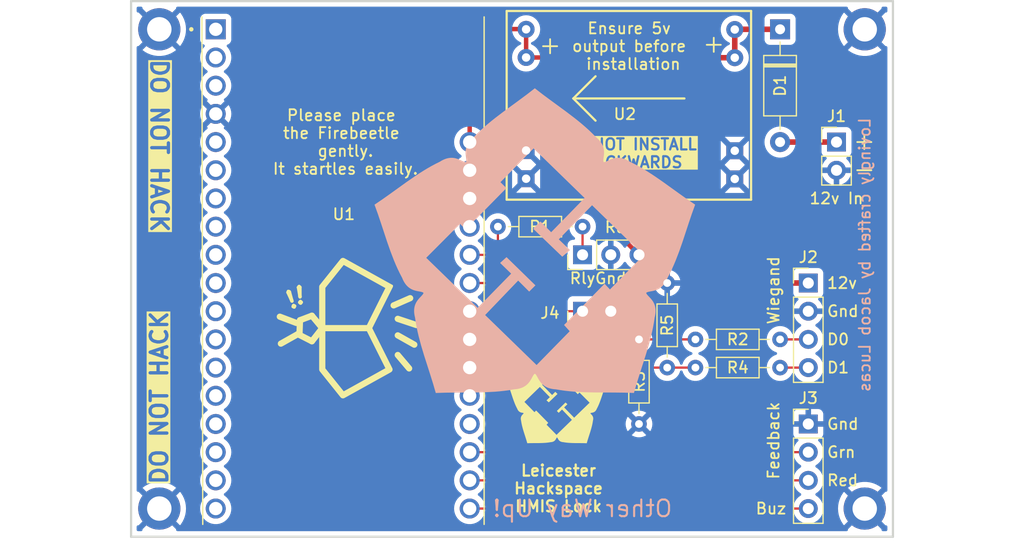
<source format=kicad_pcb>
(kicad_pcb (version 20240108) (generator "pcbnew") (generator_version "8.0")
  (layers (0 "F.Cu" signal) (31 "B.Cu" signal) (34 "B.Paste" user) (35 "F.Paste" user) (36 "B.SilkS" user "B.Silkscreen") (37 "F.SilkS" user "F.Silkscreen") (38 "B.Mask" user) (39 "F.Mask" user) (44 "Edge.Cuts" user))
  (net 0 "")
  (net 1 "GND")
  (net 2 "+12V")
  (net 3 "Net-(J2-Pin_3)")
  (net 4 "Net-(J2-Pin_4)")
  (net 5 "/red")
  (net 6 "/grn")
  (net 7 "/buz")
  (net 8 "/Btn")
  (net 9 "Net-(J5-Pin_1)")
  (net 10 "+5V")
  (net 11 "/Relay")
  (net 12 "/d0")
  (net 13 "/d1")
  (net 32 "Net-(D1-A)")
  (footprint "MountingHole:MountingHole_2.2mm_M2_DIN965_Pad" (layer "F.Cu") (at 93.98 35.56)
    (property "Reference" "M2" (hide yes))
    (property "Value" "MountingHole_2.2mm_M2_DIN965_Pad")
    (pad "1" thru_hole circle (at 0 0) (size 3.8 3.8) (drill 2.2) (layers "*.Cu" "*.Mask") (net 1 "GND"))
  )
  (footprint "MountingHole:MountingHole_2.2mm_M2_DIN965_Pad" (layer "F.Cu") (at 30.48 35.56)
    (property "Reference" "M1" (hide yes))
    (property "Value" "MountingHole_2.2mm_M2_DIN965_Pad")
    (pad "1" thru_hole circle (at 0 0) (size 3.8 3.8) (drill 2.2) (layers "*.Cu" "*.Mask") (net 1 "GND"))
  )
  (footprint "Connector_PinHeader_2.54mm:PinHeader_1x03_P2.54mm_Vertical" (layer "F.Cu") (at 68.58 55.88 90)
    (property "Reference" "J5" (at 0 7.62 180) (layer "F.SilkS") (effects (font (thickness 0.16))))
    (property "Value" "Relay")
    (fp_line (start -1.33 -1.33) (end 0 -1.33) (stroke (width 0.12)) (layer "F.SilkS"))
    (fp_line (start -1.33 0) (end -1.33 -1.33) (stroke (width 0.12)) (layer "F.SilkS"))
    (fp_line (start 1.33 1.27) (end 1.33 6.41) (stroke (width 0.12)) (layer "F.SilkS"))
    (fp_line (start -1.33 1.27) (end 1.33 1.27) (stroke (width 0.12)) (layer "F.SilkS"))
    (fp_line (start -1.33 1.27) (end -1.33 6.41) (stroke (width 0.12)) (layer "F.SilkS"))
    (fp_line (start -1.33 6.41) (end 1.33 6.41) (stroke (width 0.12)) (layer "F.SilkS"))
    (pad "1" thru_hole rect (at 0 0 90) (size 1.7 1.7) (drill 1) (layers "*.Cu" "*.Mask") (net 9 "Net-(J5-Pin_1)"))
    (pad "2" thru_hole oval (at 0 2.54 90) (size 1.7 1.7) (drill 1) (layers "*.Cu" "*.Mask") (net 1 "GND"))
    (pad "3" thru_hole oval (at 0 5.08 90) (size 1.7 1.7) (drill 1) (layers "*.Cu" "*.Mask") (net 10 "+5V"))
  )
  (footprint "Diode_THT:D_A-405_P10.16mm_Horizontal" (layer "F.Cu") (at 86.36 35.56 -90)
    (property "Reference" "D1" (at 5.08 0 90) (layer "F.SilkS") (effects (font (thickness 0.16))))
    (property "Value" "1N5819")
    (fp_line (start 2.36 1.47) (end 7.8 1.47) (stroke (width 0.12)) (layer "F.SilkS"))
    (fp_line (start 7.8 1.47) (end 7.8 -1.47) (stroke (width 0.12)) (layer "F.SilkS"))
    (fp_line (start 1.14 0) (end 2.36 0) (stroke (width 0.12)) (layer "F.SilkS"))
    (fp_line (start 9.02 0) (end 7.8 0) (stroke (width 0.12)) (layer "F.SilkS"))
    (fp_line (start 2.36 -1.47) (end 2.36 1.47) (stroke (width 0.12)) (layer "F.SilkS"))
    (fp_line (start 3.14 -1.47) (end 3.14 1.47) (stroke (width 0.12)) (layer "F.SilkS"))
    (fp_line (start 3.26 -1.47) (end 3.26 1.47) (stroke (width 0.12)) (layer "F.SilkS"))
    (fp_line (start 3.38 -1.47) (end 3.38 1.47) (stroke (width 0.12)) (layer "F.SilkS"))
    (fp_line (start 7.8 -1.47) (end 2.36 -1.47) (stroke (width 0.12)) (layer "F.SilkS"))
    (pad "1" thru_hole rect (at 0 0 270) (size 1.8 1.8) (drill 0.9) (layers "*.Cu" "*.Mask") (net 2 "+12V"))
    (pad "2" thru_hole oval (at 10.16 0 270) (size 1.8 1.8) (drill 0.9) (layers "*.Cu" "*.Mask") (net 32 "Net-(D1-A)"))
  )
  (footprint "Resistor_THT:R_Axial_DIN0204_L3.6mm_D1.6mm_P7.62mm_Horizontal" (layer "F.Cu") (at 76.2 66.04 90)
    (property "Reference" "R5" (at 3.81 0 90) (layer "F.SilkS") (effects (font (thickness 0.16))))
    (property "Value" "3.3k")
    (fp_line (start 5.73 -0.92) (end 1.89 -0.92) (stroke (width 0.12)) (layer "F.SilkS"))
    (fp_line (start 1.89 -0.92) (end 1.89 0.92) (stroke (width 0.12)) (layer "F.SilkS"))
    (fp_line (start 6.68 0) (end 5.73 0) (stroke (width 0.12)) (layer "F.SilkS"))
    (fp_line (start 0.94 0) (end 1.89 0) (stroke (width 0.12)) (layer "F.SilkS"))
    (fp_line (start 5.73 0.92) (end 5.73 -0.92) (stroke (width 0.12)) (layer "F.SilkS"))
    (fp_line (start 1.89 0.92) (end 5.73 0.92) (stroke (width 0.12)) (layer "F.SilkS"))
    (pad "1" thru_hole circle (at 0 0 90) (size 1.4 1.4) (drill 0.7) (layers "*.Cu" "*.Mask") (net 13 "/d1"))
    (pad "2" thru_hole oval (at 7.62 0 90) (size 1.4 1.4) (drill 0.7) (layers "*.Cu" "*.Mask") (net 1 "GND"))
  )
  (footprint "MountingHole:MountingHole_2.2mm_M2_DIN965_Pad" (layer "F.Cu") (at 30.48 78.74)
    (property "Reference" "M3" (hide yes))
    (property "Value" "MountingHole_2.2mm_M2_DIN965_Pad")
    (pad "1" thru_hole circle (at 0 0) (size 3.8 3.8) (drill 2.2) (layers "*.Cu" "*.Mask") (net 1 "GND"))
  )
  (footprint "Connector_PinHeader_2.54mm:PinHeader_1x02_P2.54mm_Vertical" (layer "F.Cu") (at 68.58 60.96 90)
    (property "Reference" "J4" (at -0.159651 -2.936039 180) (layer "F.SilkS") (effects (font (thickness 0.16))))
    (property "Value" "Button")
    (fp_line (start -1.33 -1.33) (end 0 -1.33) (stroke (width 0.12)) (layer "F.SilkS"))
    (fp_line (start -1.33 0) (end -1.33 -1.33) (stroke (width 0.12)) (layer "F.SilkS"))
    (fp_line (start 1.33 1.27) (end 1.33 3.87) (stroke (width 0.12)) (layer "F.SilkS"))
    (fp_line (start -1.33 1.27) (end 1.33 1.27) (stroke (width 0.12)) (layer "F.SilkS"))
    (fp_line (start -1.33 1.27) (end -1.33 3.87) (stroke (width 0.12)) (layer "F.SilkS"))
    (fp_line (start -1.33 3.87) (end 1.33 3.87) (stroke (width 0.12)) (layer "F.SilkS"))
    (pad "1" thru_hole rect (at 0 0 90) (size 1.7 1.7) (drill 1) (layers "*.Cu" "*.Mask") (net 8 "/Btn"))
    (pad "2" thru_hole oval (at 0 2.54 90) (size 1.7 1.7) (drill 1) (layers "*.Cu" "*.Mask") (net 1 "GND"))
  )
  (footprint "Resistor_THT:R_Axial_DIN0204_L3.6mm_D1.6mm_P7.62mm_Horizontal" (layer "F.Cu") (at 73.66 71.12 90)
    (property "Reference" "R3" (at 3.81 0 90) (layer "F.SilkS") (effects (font (thickness 0.16))))
    (property "Value" "3.3k")
    (fp_line (start 5.73 -0.92) (end 1.89 -0.92) (stroke (width 0.12)) (layer "F.SilkS"))
    (fp_line (start 1.89 -0.92) (end 1.89 0.92) (stroke (width 0.12)) (layer "F.SilkS"))
    (fp_line (start 6.68 0) (end 5.73 0) (stroke (width 0.12)) (layer "F.SilkS"))
    (fp_line (start 0.94 0) (end 1.89 0) (stroke (width 0.12)) (layer "F.SilkS"))
    (fp_line (start 5.73 0.92) (end 5.73 -0.92) (stroke (width 0.12)) (layer "F.SilkS"))
    (fp_line (start 1.89 0.92) (end 5.73 0.92) (stroke (width 0.12)) (layer "F.SilkS"))
    (pad "1" thru_hole circle (at 0 0 90) (size 1.4 1.4) (drill 0.7) (layers "*.Cu" "*.Mask") (net 1 "GND"))
    (pad "2" thru_hole oval (at 7.62 0 90) (size 1.4 1.4) (drill 0.7) (layers "*.Cu" "*.Mask") (net 12 "/d0"))
  )
  (footprint "jacob-libs:MP1584EN Module" (layer "F.Cu") (at 72.75 41.792)
    (property "Reference" "U2" (at -0.36 1.408 0) (layer "F.SilkS") (effects (font (thickness 0.16))))
    (property "Value" "MP1584EN Module")
    (fp_line (start -11 -7.882) (end -11 9.118) (stroke (width 0.2)) (layer "F.SilkS"))
    (fp_line (start -11 9.118) (end 11 9.118) (stroke (width 0.2)) (layer "F.SilkS"))
    (fp_line (start -5 0) (end -3 2) (stroke (width 0.2)) (layer "F.SilkS"))
    (fp_line (start -3 -2) (end -5 0) (stroke (width 0.2)) (layer "F.SilkS"))
    (fp_line (start 5 0) (end -5 0) (stroke (width 0.2)) (layer "F.SilkS"))
    (fp_line (start 11 -7.882) (end -11 -7.882) (stroke (width 0.2)) (layer "F.SilkS"))
    (fp_line (start 11 9.118) (end 11 -7.882) (stroke (width 0.2)) (layer "F.SilkS"))
    (pad "1" thru_hole circle (at 9.531 -6.212) (size 1.524 1.524) (drill 0.762) (layers "*.Cu" "*.Mask") (net 2 "+12V"))
    (pad "1" thru_hole circle (at 9.531 -3.672) (size 1.524 1.524) (drill 0.762) (layers "*.Cu" "*.Mask") (net 2 "+12V"))
    (pad "2" thru_hole rect (at 9.531 4.71) (size 1.524 1.524) (drill 0.762) (layers "*.Cu" "*.Mask") (net 1 "GND"))
    (pad "2" thru_hole rect (at 9.531 7.25) (size 1.524 1.524) (drill 0.762) (layers "*.Cu" "*.Mask") (net 1 "GND"))
    (pad "3" thru_hole rect (at -9.25 4.69) (size 1.524 1.524) (drill 0.762) (layers "*.Cu" "*.Mask") (net 1 "GND"))
    (pad "3" thru_hole rect (at -9.25 7.23) (size 1.524 1.524) (drill 0.762) (layers "*.Cu" "*.Mask") (net 1 "GND"))
    (pad "4" thru_hole circle (at -9.25 -6.232) (size 1.524 1.524) (drill 0.762) (layers "*.Cu" "*.Mask") (net 10 "+5V"))
    (pad "4" thru_hole circle (at -9.25 -3.692) (size 1.524 1.524) (drill 0.762) (layers "*.Cu" "*.Mask") (net 10 "+5V"))
  )
  (footprint "Resistor_THT:R_Axial_DIN0204_L3.6mm_D1.6mm_P7.62mm_Horizontal" (layer "F.Cu") (at 60.96 53.34)
    (property "Reference" "R1" (at 3.81 0 0) (layer "F.SilkS") (effects (font (thickness 0.16))))
    (property "Value" "5k1")
    (fp_line (start 0.94 0) (end 1.89 0) (stroke (width 0.12)) (layer "F.SilkS"))
    (fp_line (start 1.89 -0.92) (end 1.89 0.92) (stroke (width 0.12)) (layer "F.SilkS"))
    (fp_line (start 1.89 0.92) (end 5.73 0.92) (stroke (width 0.12)) (layer "F.SilkS"))
    (fp_line (start 5.73 -0.92) (end 1.89 -0.92) (stroke (width 0.12)) (layer "F.SilkS"))
    (fp_line (start 5.73 0.92) (end 5.73 -0.92) (stroke (width 0.12)) (layer "F.SilkS"))
    (fp_line (start 6.68 0) (end 5.73 0) (stroke (width 0.12)) (layer "F.SilkS"))
    (pad "1" thru_hole circle (at 0 0) (size 1.4 1.4) (drill 0.7) (layers "*.Cu" "*.Mask") (net 11 "/Relay"))
    (pad "2" thru_hole oval (at 7.62 0) (size 1.4 1.4) (drill 0.7) (layers "*.Cu" "*.Mask") (net 9 "Net-(J5-Pin_1)"))
  )
  (footprint "Connector_PinHeader_2.54mm:PinHeader_1x02_P2.54mm_Vertical" (layer "F.Cu") (at 91.44 45.72)
    (property "Reference" "J1" (at 0 -2.33 0) (layer "F.SilkS") (effects (font (thickness 0.16))))
    (property "Value" "Power In" (hide yes))
    (fp_line (start -1.33 -1.33) (end 0 -1.33) (stroke (width 0.12)) (layer "F.SilkS"))
    (fp_line (start -1.33 0) (end -1.33 -1.33) (stroke (width 0.12)) (layer "F.SilkS"))
    (fp_line (start -1.33 1.27) (end -1.33 3.87) (stroke (width 0.12)) (layer "F.SilkS"))
    (fp_line (start -1.33 1.27) (end 1.33 1.27) (stroke (width 0.12)) (layer "F.SilkS"))
    (fp_line (start -1.33 3.87) (end 1.33 3.87) (stroke (width 0.12)) (layer "F.SilkS"))
    (fp_line (start 1.33 1.27) (end 1.33 3.87) (stroke (width 0.12)) (layer "F.SilkS"))
    (pad "1" thru_hole rect (at 0 0) (size 1.7 1.7) (drill 1) (layers "*.Cu" "*.Mask") (net 32 "Net-(D1-A)"))
    (pad "2" thru_hole oval (at 0 2.54) (size 1.7 1.7) (drill 1) (layers "*.Cu" "*.Mask") (net 1 "GND"))
  )
  (footprint "Connector_PinHeader_2.54mm:PinHeader_1x04_P2.54mm_Vertical" (layer "F.Cu") (at 88.9 58.42)
    (property "Reference" "J2" (at 0 -2.33 0) (layer "F.SilkS") (effects (font (thickness 0.16))))
    (property "Value" "Wiegand")
    (fp_line (start -1.33 -1.33) (end 0 -1.33) (stroke (width 0.12)) (layer "F.SilkS"))
    (fp_line (start -1.33 0) (end -1.33 -1.33) (stroke (width 0.12)) (layer "F.SilkS"))
    (fp_line (start -1.33 1.27) (end -1.33 8.95) (stroke (width 0.12)) (layer "F.SilkS"))
    (fp_line (start -1.33 1.27) (end 1.33 1.27) (stroke (width 0.12)) (layer "F.SilkS"))
    (fp_line (start -1.33 8.95) (end 1.33 8.95) (stroke (width 0.12)) (layer "F.SilkS"))
    (fp_line (start 1.33 1.27) (end 1.33 8.95) (stroke (width 0.12)) (layer "F.SilkS"))
    (pad "1" thru_hole rect (at 0 0) (size 1.7 1.7) (drill 1) (layers "*.Cu" "*.Mask") (net 2 "+12V"))
    (pad "2" thru_hole oval (at 0 2.54) (size 1.7 1.7) (drill 1) (layers "*.Cu" "*.Mask") (net 1 "GND"))
    (pad "3" thru_hole oval (at 0 5.08) (size 1.7 1.7) (drill 1) (layers "*.Cu" "*.Mask") (net 3 "Net-(J2-Pin_3)"))
    (pad "4" thru_hole oval (at 0 7.62) (size 1.7 1.7) (drill 1) (layers "*.Cu" "*.Mask") (net 4 "Net-(J2-Pin_4)"))
  )
  (footprint "Connector_PinHeader_2.54mm:PinHeader_1x04_P2.54mm_Vertical" (layer "F.Cu") (at 88.9 71.12)
    (property "Reference" "J3" (at 0 -2.33 0) (layer "F.SilkS") (effects (font (thickness 0.16))))
    (property "Value" "Feedback")
    (fp_line (start -1.33 -1.33) (end 0 -1.33) (stroke (width 0.12)) (layer "F.SilkS"))
    (fp_line (start -1.33 0) (end -1.33 -1.33) (stroke (width 0.12)) (layer "F.SilkS"))
    (fp_line (start -1.33 1.27) (end -1.33 8.95) (stroke (width 0.12)) (layer "F.SilkS"))
    (fp_line (start -1.33 1.27) (end 1.33 1.27) (stroke (width 0.12)) (layer "F.SilkS"))
    (fp_line (start -1.33 8.95) (end 1.33 8.95) (stroke (width 0.12)) (layer "F.SilkS"))
    (fp_line (start 1.33 1.27) (end 1.33 8.95) (stroke (width 0.12)) (layer "F.SilkS"))
    (pad "1" thru_hole rect (at 0 0) (size 1.7 1.7) (drill 1) (layers "*.Cu" "*.Mask") (net 1 "GND"))
    (pad "2" thru_hole oval (at 0 2.54) (size 1.7 1.7) (drill 1) (layers "*.Cu" "*.Mask") (net 6 "/grn"))
    (pad "3" thru_hole oval (at 0 5.08) (size 1.7 1.7) (drill 1) (layers "*.Cu" "*.Mask") (net 5 "/red"))
    (pad "4" thru_hole oval (at 0 7.62) (size 1.7 1.7) (drill 1) (layers "*.Cu" "*.Mask") (net 7 "/buz"))
  )
  (footprint "Resistor_THT:R_Axial_DIN0204_L3.6mm_D1.6mm_P7.62mm_Horizontal" (layer "F.Cu") (at 78.74 63.5)
    (property "Reference" "R2" (at 3.81 0 0) (layer "F.SilkS") (effects (font (thickness 0.16))))
    (property "Value" "1k")
    (fp_line (start 0.94 0) (end 1.89 0) (stroke (width 0.12)) (layer "F.SilkS"))
    (fp_line (start 1.89 -0.92) (end 1.89 0.92) (stroke (width 0.12)) (layer "F.SilkS"))
    (fp_line (start 1.89 0.92) (end 5.73 0.92) (stroke (width 0.12)) (layer "F.SilkS"))
    (fp_line (start 5.73 -0.92) (end 1.89 -0.92) (stroke (width 0.12)) (layer "F.SilkS"))
    (fp_line (start 5.73 0.92) (end 5.73 -0.92) (stroke (width 0.12)) (layer "F.SilkS"))
    (fp_line (start 6.68 0) (end 5.73 0) (stroke (width 0.12)) (layer "F.SilkS"))
    (pad "1" thru_hole circle (at 0 0) (size 1.4 1.4) (drill 0.7) (layers "*.Cu" "*.Mask") (net 12 "/d0"))
    (pad "2" thru_hole oval (at 7.62 0) (size 1.4 1.4) (drill 0.7) (layers "*.Cu" "*.Mask") (net 3 "Net-(J2-Pin_3)"))
  )
  (footprint "MountingHole:MountingHole_2.2mm_M2_DIN965_Pad" (layer "F.Cu") (at 93.98 78.74)
    (property "Reference" "M4" (hide yes))
    (property "Value" "MountingHole_2.2mm_M2_DIN965_Pad")
    (pad "1" thru_hole circle (at 0 0) (size 3.8 3.8) (drill 2.2) (layers "*.Cu" "*.Mask") (net 1 "GND"))
  )
  (footprint "Resistor_THT:R_Axial_DIN0204_L3.6mm_D1.6mm_P7.62mm_Horizontal" (layer "F.Cu") (at 78.74 66.04)
    (property "Reference" "R4" (at 3.81 0 0) (layer "F.SilkS") (effects (font (thickness 0.16))))
    (property "Value" "1k")
    (fp_line (start 0.94 0) (end 1.89 0) (stroke (width 0.12)) (layer "F.SilkS"))
    (fp_line (start 1.89 -0.92) (end 1.89 0.92) (stroke (width 0.12)) (layer "F.SilkS"))
    (fp_line (start 1.89 0.92) (end 5.73 0.92) (stroke (width 0.12)) (layer "F.SilkS"))
    (fp_line (start 5.73 -0.92) (end 1.89 -0.92) (stroke (width 0.12)) (layer "F.SilkS"))
    (fp_line (start 5.73 0.92) (end 5.73 -0.92) (stroke (width 0.12)) (layer "F.SilkS"))
    (fp_line (start 6.68 0) (end 5.73 0) (stroke (width 0.12)) (layer "F.SilkS"))
    (pad "1" thru_hole circle (at 0 0) (size 1.4 1.4) (drill 0.7) (layers "*.Cu" "*.Mask") (net 13 "/d1"))
    (pad "2" thru_hole oval (at 7.62 0) (size 1.4 1.4) (drill 0.7) (layers "*.Cu" "*.Mask") (net 4 "Net-(J2-Pin_4)"))
  )
  (footprint "DFR0654:MODULE_DFR0654" (layer "F.Cu") (at 47.091247 52.223767)
    (property "Reference" "U1" (at 0 0 0) (layer "F.SilkS") (effects (font (thickness 0.16))))
    (property "Value" "DFR0654")
    (fp_line (start -12.771247 -17.78) (end -12.7 27.94) (stroke (width 0.127)) (layer "F.SilkS"))
    (fp_line (start 12.628753 -17.78) (end 12.628753 27.94) (stroke (width 0.127)) (layer "F.SilkS"))
    (fp_circle (center -13.731247 -16.663767) (end -13.631247 -16.663767) (stroke (width 0.2)) (fill none) (layer "F.SilkS"))
    (pad "" thru_hole circle (at -11.531247 -11.583767) (size 1.8 1.8) (drill 1.2) (layers "*.Cu" "*.Mask"))
    (pad "0" thru_hole circle (at -11.531247 16.356233) (size 1.8 1.8) (drill 1.2) (layers "*.Cu" "*.Mask"))
    (pad "1" thru_hole circle (at -11.531247 23.976233) (size 1.8 1.8) (drill 1.2) (layers "*.Cu" "*.Mask"))
    (pad "2" thru_hole circle (at -11.531247 8.736233) (size 1.8 1.8) (drill 1.2) (layers "*.Cu" "*.Mask"))
    (pad "3" thru_hole circle (at -11.531247 26.516233) (size 1.8 1.8) (drill 1.2) (layers "*.Cu" "*.Mask"))
    (pad "4" thru_hole circle (at 11.328753 21.436233) (size 1.8 1.8) (drill 1.2) (layers "*.Cu" "*.Mask") (net 6 "/grn"))
    (pad "5" thru_hole circle (at 11.328753 -6.503767) (size 1.8 1.8) (drill 1.2) (layers "*.Cu" "*.Mask") (net 10 "+5V"))
    (pad "6" thru_hole circle (at -11.531247 -14.123767) (size 1.8 1.8) (drill 1.2) (layers "*.Cu" "*.Mask"))
    (pad "6" thru_hole circle (at 11.328753 -3.963767) (size 1.8 1.8) (drill 1.2) (layers "*.Cu" "*.Mask"))
    (pad "7" thru_hole circle (at -11.531247 -9.043767) (size 1.8 1.8) (drill 1.2) (layers "*.Cu" "*.Mask") (net 1 "GND"))
    (pad "7" thru_hole circle (at 11.328753 -1.423767) (size 1.8 1.8) (drill 1.2) (layers "*.Cu" "*.Mask") (net 1 "GND"))
    (pad "8" thru_hole circle (at -11.531247 -6.503767) (size 1.8 1.8) (drill 1.2) (layers "*.Cu" "*.Mask"))
    (pad "9" thru_hole rect (at -11.531247 -16.663767) (size 1.8 1.8) (drill 1.2) (layers "*.Cu" "*.Mask"))
    (pad "12" thru_hole circle (at 11.328753 18.896233) (size 1.8 1.8) (drill 1.2) (layers "*.Cu" "*.Mask"))
    (pad "13" thru_hole circle (at -11.531247 11.276233) (size 1.8 1.8) (drill 1.2) (layers "*.Cu" "*.Mask"))
    (pad "14" thru_hole circle (at -11.531247 13.816233) (size 1.8 1.8) (drill 1.2) (layers "*.Cu" "*.Mask"))
    (pad "15" thru_hole circle (at 11.328753 6.196233) (size 1.8 1.8) (drill 1.2) (layers "*.Cu" "*.Mask") (net 8 "/Btn"))
    (pad "16" thru_hole circle (at 11.328753 23.976233) (size 1.8 1.8) (drill 1.2) (layers "*.Cu" "*.Mask") (net 5 "/red"))
    (pad "17" thru_hole circle (at 11.328753 26.516233) (size 1.8 1.8) (drill 1.2) (layers "*.Cu" "*.Mask") (net 7 "/buz"))
    (pad "18" thru_hole circle (at -11.531247 -3.963767) (size 1.8 1.8) (drill 1.2) (layers "*.Cu" "*.Mask"))
    (pad "19" thru_hole circle (at -11.531247 1.116233) (size 1.8 1.8) (drill 1.2) (layers "*.Cu" "*.Mask"))
    (pad "21" thru_hole circle (at -11.531247 6.196233) (size 1.8 1.8) (drill 1.2) (layers "*.Cu" "*.Mask") (net 11 "/Relay"))
    (pad "21" thru_hole circle (at 11.328753 3.656233) (size 1.8 1.8) (drill 1.2) (layers "*.Cu" "*.Mask") (net 11 "/Relay"))
    (pad "22" thru_hole circle (at -11.531247 3.656233) (size 1.8 1.8) (drill 1.2) (layers "*.Cu" "*.Mask"))
    (pad "22" thru_hole circle (at 11.328753 1.116233) (size 1.8 1.8) (drill 1.2) (layers "*.Cu" "*.Mask"))
    (pad "23" thru_hole circle (at -11.531247 -1.423767) (size 1.8 1.8) (drill 1.2) (layers "*.Cu" "*.Mask"))
    (pad "25" thru_hole circle (at -11.531247 21.436233) (size 1.8 1.8) (drill 1.2) (layers "*.Cu" "*.Mask"))
    (pad "26" thru_hole circle (at -11.531247 18.896233) (size 1.8 1.8) (drill 1.2) (layers "*.Cu" "*.Mask"))
    (pad "34" thru_hole circle (at 11.328753 11.276233) (size 1.8 1.8) (drill 1.2) (layers "*.Cu" "*.Mask") (net 13 "/d1"))
    (pad "35" thru_hole circle (at 11.328753 8.736233) (size 1.8 1.8) (drill 1.2) (layers "*.Cu" "*.Mask") (net 12 "/d0"))
    (pad "36" thru_hole circle (at 11.328753 16.356233) (size 1.8 1.8) (drill 1.2) (layers "*.Cu" "*.Mask"))
    (pad "39" thru_hole circle (at 11.328753 13.816233) (size 1.8 1.8) (drill 1.2) (layers "*.Cu" "*.Mask"))
  )
  (gr_poly (pts (xy 63.585462 41.415659) (xy 62.872359 41.945606) (xy 61.436888 42.998545) (xy 60.732877 43.535503) (xy 60.388319 43.80966) (xy 60.050256 44.088766) (xy 59.719835 44.373693) (xy 59.398203 44.665315) (xy 59.086509 44.964505) (xy 58.785898 45.272135) (xy 58.679071 45.363185) (xy 58.58266 45.454018) (xy 58.496171 45.544522) (xy 58.419111 45.634585) (xy 58.350988 45.724096) (xy 58.291308 45.812942) (xy 58.239579 45.90101) (xy 58.195308 45.988189) (xy 58.158002 46.074366) (xy 58.127168 46.15943) (xy 58.102313 46.243268) (xy 58.082944 46.325769) (xy 58.068569 46.406819) (xy 58.058695 46.486307) (xy 58.052828 46.564121) (xy 58.050476 46.640148) (xy 58.051145 46.714277) (xy 58.054344 46.786395) (xy 58.066357 46.92415) (xy 58.099043 47.170599) (xy 58.111831 47.277498) (xy 58.116991 47.372317) (xy 58.115478 47.414916) (xy 58.110579 47.454159) (xy 58.101802 47.489933) (xy 58.088654 47.522127) (xy 58.053973 47.524694) (xy 58.017236 47.521998) (xy 57.93741 47.502831) (xy 57.848813 47.468653) (xy 57.751079 47.423491) (xy 57.52675 47.316325) (xy 57.399426 47.262375) (xy 57.261511 47.213551) (xy 57.112641 47.173878) (xy 57.033984 47.158733) (xy 56.952452 47.147386) (xy 56.867999 47.140341) (xy 56.78058 47.138101) (xy 56.690149 47.141169) (xy 56.596661 47.150049) (xy 56.500071 47.165245) (xy 56.400332 47.18726) (xy 56.2974 47.216597) (xy 56.191228 47.253759) (xy 56.081772 47.29925) (xy 55.968986 47.353574) (xy 55.852825 47.417234) (xy 55.733242 47.490733) (xy 55.347833 47.681683) (xy 54.967029 47.885781) (xy 54.590354 48.101664) (xy 54.217332 48.327973) (xy 53.847487 48.563346) (xy 53.480342 48.806423) (xy 52.752247 49.310246) (xy 51.307497 50.350469) (xy 50.58322 50.865097) (xy 49.852594 51.361556) (xy 50.152042 52.192534) (xy 50.435697 53.034495) (xy 50.993538 54.725076) (xy 51.286676 55.560553) (xy 51.601928 56.380727) (xy 51.770808 56.783022) (xy 51.94877 57.179026) (xy 52.136999 57.567919) (xy 52.336679 57.948879) (xy 52.390262 58.078613) (xy 52.446857 58.198376) (xy 52.506205 58.3086) (xy 52.568048 58.40972) (xy 52.632127 58.502171) (xy 52.698183 58.586385) (xy 52.765957 58.662798) (xy 52.835189 58.731844) (xy 52.905622 58.793956) (xy 52.976995 58.849569) (xy 53.04905 58.899116) (xy 53.121528 58.943032) (xy 53.19417 58.981751) (xy 53.266718 59.015708) (xy 53.338911 59.045335) (xy 53.410491 59.071068) (xy 53.550778 59.112585) (xy 53.685505 59.143732) (xy 53.929995 59.188808) (xy 54.035615 59.209682) (xy 54.127388 59.234077) (xy 54.167435 59.248681) (xy 54.203244 59.265467) (xy 54.234555 59.28487) (xy 54.26111 59.307323) (xy 54.252835 59.3411) (xy 54.238917 59.375205) (xy 54.196017 59.445199) (xy 54.136128 59.518895) (xy 54.062968 59.597885) (xy 53.891706 59.778107) (xy 53.801041 59.882521) (xy 53.711977 59.998592) (xy 53.628233 60.12791) (xy 53.589517 60.198034) (xy 53.553525 60.272066) (xy 53.520723 60.350205) (xy 53.491573 60.43265) (xy 53.466543 60.5196) (xy 53.446095 60.611254) (xy 53.430695 60.70781) (xy 53.420808 60.809468) (xy 53.416898 60.916426) (xy 53.41943 61.028883) (xy 53.428869 61.147038) (xy 53.44568 61.27109) (xy 53.470327 61.401237) (xy 53.503275 61.537679) (xy 53.565783 61.963232) (xy 53.642218 62.388468) (xy 53.731141 62.813419) (xy 53.831108 63.238117) (xy 54.058411 64.086888) (xy 54.312595 64.93504) (xy 54.855479 66.63053) (xy 55.121114 67.478388) (xy 55.367502 68.326669) (xy 56.250343 68.298667) (xy 57.138746 68.289081) (xy 58.918957 68.280982) (xy 59.804124 68.260379) (xy 60.68157 68.214013) (xy 61.11636 68.177718) (xy 61.547975 68.130841) (xy 61.976 68.072) (xy 62.400019 67.999817) (xy 62.539961 67.988947) (xy 62.671351 67.97213) (xy 62.794521 67.949747) (xy 62.909804 67.922178) (xy 63.017532 67.889803) (xy 63.118039 67.853003) (xy 63.211658 67.812158) (xy 63.29872 67.767648) (xy 63.379559 67.719855) (xy 63.454508 67.669159) (xy 63.5239 67.615939) (xy 63.588067 67.560577) (xy 63.647341 67.503453) (xy 63.702057 67.444947) (xy 63.752547 67.385441) (xy 63.799143 67.325313) (xy 63.881985 67.204718) (xy 63.953247 67.086205) (xy 64.07168 66.867602) (xy 64.124175 66.773599) (xy 64.17574 66.693853) (xy 64.202005 66.660278) (xy 64.229036 66.631408) (xy 64.257165 66.607625) (xy 64.286726 66.589307) (xy 64.316292 66.607616) (xy 64.344427 66.631391) (xy 64.371464 66.660253) (xy 64.397736 66.693822) (xy 64.449317 66.773555) (xy 64.501829 66.867545) (xy 64.620301 67.086121) (xy 64.691583 67.204617) (xy 64.774447 67.325192) (xy 64.821053 67.385308) (xy 64.871552 67.444802) (xy 64.926278 67.503294) (xy 64.985563 67.560402) (xy 65.049739 67.615747) (xy 65.119139 67.668948) (xy 65.194097 67.719624) (xy 65.274944 67.767395) (xy 65.362015 67.811879) (xy 65.45564 67.852698) (xy 65.556154 67.889469) (xy 65.663888 67.921813) (xy 65.779176 67.949348) (xy 65.902351 67.971695) (xy 66.033744 67.988472) (xy 66.17369 67.9993) (xy 66.597731 68.071354) (xy 67.025773 68.130064) (xy 67.457403 68.176811) (xy 67.892206 68.212975) (xy 68.769673 68.259079) (xy 69.654858 68.279427) (xy 71.435119 68.287044) (xy 72.323564 68.296411) (xy 73.206464 68.324215) (xy 73.452649 67.475928) (xy 73.718077 66.628038) (xy 74.260526 64.932435) (xy 74.514482 64.084215) (xy 74.741549 63.235377) (xy 74.841395 62.810647) (xy 74.930194 62.385669) (xy 75.006503 61.960408) (xy 75.068883 61.534836) (xy 75.10179 61.398384) (xy 75.126398 61.268229) (xy 75.143171 61.144173) (xy 75.152575 61.026015) (xy 75.155074 60.913558) (xy 75.151132 60.806602) (xy 75.141215 60.704948) (xy 75.125786 60.608397) (xy 75.105312 60.516751) (xy 75.080256 60.42981) (xy 75.051083 60.347375) (xy 75.018258 60.269247) (xy 74.982245 60.195227) (xy 74.943509 60.125116) (xy 74.902516 60.058716) (xy 74.859728 59.995827) (xy 74.815612 59.93625) (xy 74.770632 59.879786) (xy 74.679938 59.775402) (xy 74.508627 59.595237) (xy 74.435445 59.516271) (xy 74.375535 59.442595) (xy 74.351719 59.407242) (xy 74.332615 59.372615) (xy 74.318688 59.338514) (xy 74.310402 59.304741) (xy 74.33695 59.282279) (xy 74.368256 59.262866) (xy 74.40406 59.246068) (xy 74.444103 59.231451) (xy 74.535871 59.207024) (xy 74.641485 59.186114) (xy 74.885966 59.140953) (xy 75.020686 59.109759) (xy 75.160962 59.068194) (xy 75.232536 59.042437) (xy 75.304721 59.012785) (xy 75.37726 58.978803) (xy 75.449891 58.94006) (xy 75.522357 58.896119) (xy 75.594398 58.846547) (xy 75.665755 58.79091) (xy 75.73617 58.728775) (xy 75.805382 58.659706) (xy 75.873133 58.583271) (xy 75.939164 58.499034) (xy 76.003215 58.406563) (xy 76.065028 58.305423) (xy 76.124343 58.19518) (xy 76.180902 58.0754) (xy 76.234445 57.94565) (xy 76.434009 57.56463) (xy 76.622119 57.175681) (xy 76.799959 56.779625) (xy 76.968716 56.377282) (xy 77.145789 55.916187) (xy 74.060934 55.916187) (xy 71.046519 58.997524) (xy 70.561923 58.486057) (xy 66.914859 62.200557) (xy 67.419479 62.764736) (xy 64.440979 65.808735) (xy 59.811933 61.304102) (xy 62.783846 58.201835) (xy 63.776033 59.192472) (xy 64.340597 58.630491) (xy 61.736105 56.086979) (xy 61.157717 56.61033) (xy 62.151455 57.574096) (xy 59.140915 60.651169) (xy 54.508383 56.147957) (xy 57.555353 53.089228) (xy 58.053385 53.60328) (xy 61.726288 49.866557) (xy 61.190403 49.336227) (xy 64.170969 46.291711) (xy 68.760354 50.757975) (xy 65.753948 53.840345) (xy 64.794834 52.878518) (xy 64.137638 53.534549) (xy 66.754146 56.050029) (xy 67.443509 55.452263) (xy 66.441761 54.48307) (xy 69.434989 51.414266) (xy 74.060934 55.916187) (xy 77.145789 55.916187) (xy 77.283719 55.557019) (xy 77.576611 54.721457) (xy 78.133992 53.030704) (xy 78.417447 52.188645) (xy 78.716722 51.357551) (xy 77.986029 50.861281) (xy 77.26166 50.346835) (xy 75.816676 49.306974) (xy 75.088449 48.803337) (xy 74.721237 48.560357) (xy 74.351326 48.325083) (xy 73.978239 48.098877) (xy 73.601501 47.8831) (xy 73.220636 47.679113) (xy 72.835169 47.488278) (xy 72.715564 47.414816) (xy 72.599384 47.351193) (xy 72.486581 47.296906) (xy 72.377111 47.251452) (xy 72.270928 47.214326) (xy 72.167987 47.185026) (xy 72.068241 47.163047) (xy 71.971646 47.147887) (xy 71.878155 47.139042) (xy 71.787723 47.136008) (xy 71.700304 47.138283) (xy 71.615853 47.145362) (xy 71.534324 47.156742) (xy 71.455671 47.17192) (xy 71.379849 47.190392) (xy 71.306812 47.211655) (xy 71.236514 47.235205) (xy 71.168911 47.260539) (xy 71.041602 47.314545) (xy 70.817304 47.421809) (xy 70.719583 47.467013) (xy 70.674171 47.485745) (xy 70.630995 47.501227) (xy 70.590012 47.512954) (xy 70.551175 47.520424) (xy 70.514439 47.523132) (xy 70.479757 47.520576) (xy 70.466599 47.488386) (xy 70.457811 47.452614) (xy 70.451376 47.370771) (xy 70.456509 47.275947) (xy 70.469267 47.169039) (xy 70.501884 46.922567) (xy 70.513859 46.784801) (xy 70.517686 46.638545) (xy 70.509424 46.484699) (xy 70.499527 46.40521) (xy 70.485129 46.324161) (xy 70.465737 46.241663) (xy 70.440858 46.157829) (xy 70.41 46.072771) (xy 70.372669 45.986601) (xy 70.328373 45.899433) (xy 70.276618 45.811378) (xy 70.216913 45.722548) (xy 70.148763 45.633056) (xy 70.071676 45.543014) (xy 69.98516 45.452535) (xy 69.888721 45.361731) (xy 69.781867 45.270713) (xy 69.481164 44.963174) (xy 69.169379 44.66408) (xy 68.847661 44.372555) (xy 68.517156 44.087726) (xy 68.179012 43.80872) (xy 67.834374 43.534664) (xy 67.130209 42.997902) (xy 65.694433 41.945326) (xy 64.981175 41.415533) (xy 64.283237 40.874083)) (stroke (width -0.000001)) (fill solid) (layer "B.SilkS"))
  (gr_line (start 93.942014 45.083992) (end 93.942014 46.353992) (stroke (width 0.16)) (layer "F.SilkS"))
  (gr_line (start 45.149112 62.484) (end 44.21805 61.363988) (stroke (width 0.558638)) (layer "F.SilkS"))
  (gr_line (start 79.756 36.957) (end 81.026 36.957) (stroke (width 0.16)) (layer "F.SilkS"))
  (gr_line (start 51.945861 64.904759) (end 52.970028 66.11514) (stroke (width 0.558638)) (layer "F.SilkS"))
  (gr_line (start 65.659 36.449) (end 65.659 37.719) (stroke (width 0.16)) (layer "F.SilkS"))
  (gr_line (start 44.21805 61.363988) (end 43.145275 61.770471) (stroke (width 0.558638)) (layer "F.SilkS"))
  (gr_line (start 44.21805 63.668022) (end 45.149112 62.484) (stroke (width 0.558638)) (layer "F.SilkS"))
  (gr_poly (pts (xy 66.491194 64.781799) (xy 66.705126 64.940784) (xy 67.135767 65.256664) (xy 67.34697 65.417752) (xy 67.450338 65.499999) (xy 67.551756 65.583732) (xy 67.650882 65.669209) (xy 67.747372 65.756695) (xy 67.840881 65.846452) (xy 67.931064 65.938741) (xy 67.963111 65.966056) (xy 67.992034 65.993307) (xy 68.017981 66.020458) (xy 68.041099 66.047476) (xy 68.061537 66.074331) (xy 68.079441 66.100984) (xy 68.09496 66.127404) (xy 68.108241 66.153558) (xy 68.119432 66.179412) (xy 68.128683 66.20493) (xy 68.136139 66.230082) (xy 68.14195 66.254832) (xy 68.146263 66.279147) (xy 68.149224 66.302994) (xy 68.150985 66.326338) (xy 68.15169 66.349146) (xy 68.151489 66.371385) (xy 68.15053 66.393019) (xy 68.146926 66.434346) (xy 68.13712 66.508281) (xy 68.133283 66.540351) (xy 68.131735 66.568797) (xy 68.13219 66.581577) (xy 68.13366 66.593349) (xy 68.136292 66.604081) (xy 68.140237 66.61374) (xy 68.150641 66.614509) (xy 68.161662 66.613701) (xy 68.185609 66.607951) (xy 68.212189 66.597697) (xy 68.24151 66.584149) (xy 68.308807 66.551998) (xy 68.347005 66.535813) (xy 68.388379 66.521167) (xy 68.43304 66.509265) (xy 68.456638 66.504721) (xy 68.481097 66.501318) (xy 68.506434 66.499204) (xy 68.532658 66.498532) (xy 68.559789 66.499452) (xy 68.587834 66.502116) (xy 68.616811 66.506674) (xy 68.646733 66.513279) (xy 68.677612 66.522081) (xy 68.709465 66.533229) (xy 68.742301 66.546876) (xy 68.776137 66.563173) (xy 68.810985 66.582271) (xy 68.84686 66.604321) (xy 68.962483 66.661606) (xy 69.076725 66.722836) (xy 69.189727 66.7876) (xy 69.301633 66.855493) (xy 69.412587 66.926106) (xy 69.52273 66.999028) (xy 69.741159 67.150176) (xy 70.174584 67.462242) (xy 70.391866 67.616631) (xy 70.611055 67.765569) (xy 70.52122 68.014861) (xy 70.436124 68.267449) (xy 70.268772 68.774624) (xy 70.18083 69.025267) (xy 70.086255 69.271319) (xy 70.035591 69.392008) (xy 69.982201 69.510809) (xy 69.925734 69.627476) (xy 69.86583 69.741764) (xy 69.849754 69.780685) (xy 69.832776 69.816614) (xy 69.814971 69.84968) (xy 69.796419 69.880016) (xy 69.777195 69.907753) (xy 69.757378 69.933016) (xy 69.737046 69.95594) (xy 69.716277 69.976654) (xy 69.695146 69.995288) (xy 69.673734 70.011971) (xy 69.652117 70.026836) (xy 69.630375 70.040011) (xy 69.608581 70.051627) (xy 69.586818 70.061813) (xy 69.565159 70.070701) (xy 69.543685 70.078421) (xy 69.5016 70.090876) (xy 69.461181 70.100221) (xy 69.387834 70.113743) (xy 69.356148 70.120006) (xy 69.328617 70.127324) (xy 69.316602 70.131706) (xy 69.30586 70.136741) (xy 69.296466 70.142561) (xy 69.288499 70.149298) (xy 69.290982 70.15943) (xy 69.295158 70.169662) (xy 69.308028 70.19066) (xy 69.325995 70.212769) (xy 69.347943 70.236466) (xy 69.399321 70.290533) (xy 69.42652 70.321858) (xy 69.45324 70.356679) (xy 69.478363 70.395473) (xy 69.489978 70.416511) (xy 69.500775 70.438721) (xy 69.510616 70.462162) (xy 69.519361 70.486895) (xy 69.52687 70.51298) (xy 69.533004 70.540477) (xy 69.537624 70.569443) (xy 69.540591 70.599941) (xy 69.541764 70.632029) (xy 69.541003 70.665766) (xy 69.538173 70.701212) (xy 69.533128 70.738427) (xy 69.525735 70.777472) (xy 69.51585 70.818404) (xy 69.497098 70.946071) (xy 69.474168 71.073641) (xy 69.44749 71.201126) (xy 69.417501 71.328536) (xy 69.349309 71.583167) (xy 69.273054 71.837612) (xy 69.11019 72.346259) (xy 69.030499 72.600617) (xy 68.956582 72.855101) (xy 68.69173 72.846701) (xy 68.425209 72.843826) (xy 67.891146 72.841396) (xy 67.625596 72.835214) (xy 67.362361 72.821305) (xy 67.231924 72.810416) (xy 67.10244 72.796354) (xy 66.974032 72.7787) (xy 66.846828 72.757046) (xy 66.804844 72.753785) (xy 66.765427 72.748739) (xy 66.728476 72.742025) (xy 66.693892 72.733754) (xy 66.661573 72.724042) (xy 66.631422 72.713002) (xy 66.603336 72.700748) (xy 66.577216 72.687395) (xy 66.552966 72.673057) (xy 66.530481 72.657848) (xy 66.509662 72.641882) (xy 66.490413 72.625274) (xy 66.47263 72.608137) (xy 66.456216 72.590585) (xy 66.441069 72.572734) (xy 66.42709 72.554695) (xy 66.402237 72.518516) (xy 66.380859 72.482962) (xy 66.345328 72.417382) (xy 66.32958 72.38918) (xy 66.31411 72.365257) (xy 66.306231 72.355184) (xy 66.298122 72.346523) (xy 66.289683 72.339388) (xy 66.280815 72.333893) (xy 66.271946 72.339386) (xy 66.263505 72.346519) (xy 66.255395 72.355177) (xy 66.247512 72.365248) (xy 66.232038 72.389167) (xy 66.216285 72.417364) (xy 66.180743 72.482938) (xy 66.159359 72.518486) (xy 66.134499 72.554659) (xy 66.120518 72.572693) (xy 66.105368 72.590542) (xy 66.08895 72.608089) (xy 66.071165 72.625222) (xy 66.051912 72.641825) (xy 66.031092 72.657785) (xy 66.008604 72.672988) (xy 65.984351 72.687319) (xy 65.958228 72.700664) (xy 65.930141 72.71291) (xy 65.899988 72.723941) (xy 65.867667 72.733645) (xy 65.83308 72.741905) (xy 65.796128 72.748609) (xy 65.756711 72.753643) (xy 65.714726 72.75689) (xy 65.587514 72.778507) (xy 65.459102 72.79612) (xy 65.329613 72.810145) (xy 65.199171 72.820993) (xy 64.935932 72.834824) (xy 64.670376 72.840929) (xy 64.136298 72.843214) (xy 63.869765 72.846025) (xy 63.604895 72.854365) (xy 63.531039 72.599879) (xy 63.45141 72.345512) (xy 63.288675 71.836831) (xy 63.212489 71.582365) (xy 63.144369 71.327714) (xy 63.114414 71.200295) (xy 63.087776 71.072801) (xy 63.064883 70.945223) (xy 63.046169 70.817552) (xy 63.036296 70.776616) (xy 63.028914 70.737569) (xy 63.023882 70.700353) (xy 63.02106 70.664905) (xy 63.020312 70.631168) (xy 63.021494 70.599082) (xy 63.024468 70.568585) (xy 63.029097 70.53962) (xy 63.03524 70.512127) (xy 63.042756 70.486043) (xy 63.051509 70.461313) (xy 63.061356 70.437875) (xy 63.072159 70.415669) (xy 63.083781 70.394636) (xy 63.096078 70.374716) (xy 63.108915 70.355849) (xy 63.12215 70.337975) (xy 63.135644 70.321037) (xy 63.162852 70.289722) (xy 63.214245 70.235672) (xy 63.236199 70.211983) (xy 63.254172 70.189879) (xy 63.261318 70.179274) (xy 63.267048 70.168885) (xy 63.271227 70.158655) (xy 63.273713 70.148524) (xy 63.265748 70.141784) (xy 63.256356 70.135961) (xy 63.245615 70.130921) (xy 63.233603 70.126537) (xy 63.206072 70.119208) (xy 63.174387 70.112935) (xy 63.101043 70.099387) (xy 63.060627 70.090028) (xy 63.018545 70.077559) (xy 62.997072 70.069832) (xy 62.975417 70.060936) (xy 62.953655 70.050742) (xy 62.931866 70.039118) (xy 62.910126 70.025936) (xy 62.888514 70.011065) (xy 62.867106 69.994373) (xy 62.845982 69.975733) (xy 62.825219 69.955013) (xy 62.804894 69.932083) (xy 62.785085 69.906811) (xy 62.765868 69.87907) (xy 62.747325 69.848728) (xy 62.729531 69.815654) (xy 62.712563 69.77972) (xy 62.696499 69.740795) (xy 62.636631 69.626489) (xy 62.580198 69.509806) (xy 62.526846 69.390988) (xy 62.476218 69.270286) (xy 62.423097 69.131957) (xy 63.348554 69.131957) (xy 64.252878 70.056358) (xy 64.398257 69.902918) (xy 65.492376 71.017268) (xy 65.34099 71.186522) (xy 66.23454 72.099721) (xy 67.623253 70.748332) (xy 66.731679 69.817651) (xy 66.434023 70.114843) (xy 66.264654 69.946249) (xy 67.046001 69.183194) (xy 67.219518 69.340199) (xy 66.921396 69.62933) (xy 67.824558 70.552451) (xy 69.214318 69.201488) (xy 68.300227 68.28387) (xy 68.150817 68.438085) (xy 67.048947 67.317069) (xy 67.209712 67.15797) (xy 66.315543 66.244615) (xy 64.938728 67.584493) (xy 65.840649 68.509204) (xy 66.128384 68.220657) (xy 66.325542 68.417466) (xy 65.540589 69.172109) (xy 65.333781 68.99278) (xy 65.634305 68.702022) (xy 64.736337 67.781382) (xy 63.348554 69.131957) (xy 62.423097 69.131957) (xy 62.381718 69.024206) (xy 62.29385 68.773538) (xy 62.126636 68.266312) (xy 62.041599 68.013694) (xy 61.951817 67.764367) (xy 62.171025 67.615486) (xy 62.388335 67.461151) (xy 62.82183 67.149193) (xy 63.040299 66.998103) (xy 63.150462 66.925209) (xy 63.261435 66.854626) (xy 63.373362 66.786765) (xy 63.486383 66.722031) (xy 63.600642 66.660835) (xy 63.716283 66.603585) (xy 63.752165 66.581547) (xy 63.787019 66.562459) (xy 63.820859 66.546174) (xy 63.8537 66.532537) (xy 63.885555 66.5214) (xy 63.916437 66.51261) (xy 63.946361 66.506016) (xy 63.975339 66.501468) (xy 64.003386 66.498814) (xy 64.030517 66.497904) (xy 64.056743 66.498586) (xy 64.082078 66.50071) (xy 64.106537 66.504124) (xy 64.130132 66.508677) (xy 64.152879 66.514219) (xy 64.17479 66.520597) (xy 64.19588 66.527662) (xy 64.21616 66.535263) (xy 64.254353 66.551464) (xy 64.321643 66.583644) (xy 64.350959 66.597205) (xy 64.364582 66.602824) (xy 64.377534 66.60747) (xy 64.38983 66.610987) (xy 64.40148 66.613228) (xy 64.412502 66.614041) (xy 64.422906 66.613275) (xy 64.426854 66.603618) (xy 64.42949 66.592885) (xy 64.43142 66.568333) (xy 64.429881 66.539886) (xy 64.426053 66.507813) (xy 64.416269 66.433872) (xy 64.412676 66.392542) (xy 64.411527 66.348664) (xy 64.414007 66.302511) (xy 64.416975 66.278664) (xy 64.421295 66.25435) (xy 64.427112 66.2296) (xy 64.434576 66.20445) (xy 64.443833 66.178933) (xy 64.455033 66.153082) (xy 64.468322 66.126931) (xy 64.483848 66.100515) (xy 64.50176 66.073866) (xy 64.522205 66.047019) (xy 64.54533 66.020005) (xy 64.571285 65.992861) (xy 64.600217 65.965621) (xy 64.632273 65.938315) (xy 64.722485 65.846053) (xy 64.81602 65.756325) (xy 64.912535 65.668867) (xy 65.011686 65.58342) (xy 65.11313 65.499717) (xy 65.216522 65.4175) (xy 65.427771 65.256472) (xy 65.858504 64.9407) (xy 66.07248 64.781761) (xy 66.281862 64.619326)) (fill solid) (layer "F.SilkS"))
  (gr_line (start 65.024 37.084) (end 66.294 37.084) (stroke (width 0.16)) (layer "F.SilkS"))
  (gr_line (start 42.951936 63.021615) (end 44.21805 63.668022) (stroke (width 0.558638)) (layer "F.SilkS"))
  (gr_line (start 51.945861 61.646045) (end 53.621773 62.204682) (stroke (width 0.558638)) (layer "F.SilkS"))
  (gr_line (start 93.307014 45.718992) (end 94.577014 45.718992) (stroke (width 0.16)) (layer "F.SilkS"))
  (gr_line (start 43.145275 61.770471) (end 43.098038 63.096207) (stroke (width 0.558638)) (layer "F.SilkS"))
  (gr_line (start 80.391 36.322) (end 80.391 37.592) (stroke (width 0.16)) (layer "F.SilkS"))
  (gr_line (start 49.338888 62.484) (end 45.149112 62.484) (stroke (width 0.558638)) (layer "F.SilkS"))
  (gr_line (start 93.307014 48.258992) (end 94.577014 48.258992) (stroke (width 0.16)) (layer "F.SilkS"))
  (gr_line (start 51.573436 60.435665) (end 53.063134 59.783922) (stroke (width 0.558638)) (layer "F.SilkS"))
  (gr_poly (pts (xy 51.201012 58.759754) (xy 49.338888 62.484) (xy 51.201012 66.208245) (xy 47.011235 68.535899) (xy 45.149112 66.208245) (xy 45.149112 58.759754) (xy 47.011234 56.432101)) (stroke (width 0.558638)) (fill none) (layer "F.SilkS"))
  (gr_line (start 41.424866 63.880592) (end 42.951936 63.021615) (stroke (width 0.558638)) (layer "F.SilkS"))
  (gr_line (start 42.821458 62.01847) (end 41.329899 61.452933) (stroke (width 0.558638)) (layer "F.SilkS"))
  (gr_line (start 51.945861 63.135743) (end 53.435558 63.973698) (stroke (width 0.558638)) (layer "F.SilkS"))
  (gr_line (start 27.94 33.02) (end 27.94 81.28) (stroke (width 0.2)) (layer "Edge.Cuts"))
  (gr_line (start 96.52 33.02) (end 27.94 33.02) (stroke (width 0.2)) (layer "Edge.Cuts"))
  (gr_line (start 27.94 81.28) (end 96.52 81.28) (stroke (width 0.2)) (layer "Edge.Cuts"))
  (gr_line (start 96.52 81.28) (end 96.52 33.02) (stroke (width 0.2)) (layer "Edge.Cuts"))
  (gr_text "Lovingly crafted by Jacob Lucas" (at 93.98 55.88 90) (layer "B.SilkS") (effects (font (size 1 1) (thickness 0.16)) (justify mirror)))
  (gr_text "Other Way Up!" (at 68.58 78.74 0) (layer "B.SilkS") (effects (font (size 1.5 1.5) (thickness 0.1875)) (justify mirror)))
  (gr_text "Please place \nthe Firebeetle \ngently.\nIt startles easily." (at 47.244 45.72 0) (layer "F.SilkS") (effects (font (size 1 1) (thickness 0.16))))
  (gr_text "Gnd" (at 90.5 60.96 0) (layer "F.SilkS") (effects (font (size 1 1) (thickness 0.16)) (justify left)))
  (gr_text "Feedback" (at 86.36 76.2 90) (layer "F.SilkS") (effects (font (size 1 1) (thickness 0.16)) (justify left bottom)))
  (gr_text "12v" (at 90.5 58.42 0) (layer "F.SilkS") (effects (font (size 1 1) (thickness 0.16)) (justify left)))
  (gr_text "Red" (at 90.5 76.2 0) (layer "F.SilkS") (effects (font (size 1 1) (thickness 0.16)) (justify left)))
  (gr_text "D0" (at 90.5 63.5 0) (layer "F.SilkS") (effects (font (size 1 1) (thickness 0.16)) (justify left)))
  (gr_text "Rly" (at 68.58 58 0) (layer "F.SilkS") (effects (font (size 1 1) (thickness 0.16))))
  (gr_text "Gnd" (at 90.5 71.12 0) (layer "F.SilkS") (effects (font (size 1 1) (thickness 0.16)) (justify left)))
  (gr_text "!" (at 42.164 60.96 20) (layer "F.SilkS") (effects (font (size 1.5 1.5) (thickness 0.3) (bold yes)) (justify left bottom)))
  (gr_text "D1" (at 90.5 66.04 0) (layer "F.SilkS") (effects (font (size 1 1) (thickness 0.16)) (justify left)))
  (gr_text "Wiegand" (at 86.36 62.23 90) (layer "F.SilkS") (effects (font (size 1 1) (thickness 0.16)) (justify left bottom)))
  (gr_text "Grn" (at 90.5 73.66 0) (layer "F.SilkS") (effects (font (size 1 1) (thickness 0.16)) (justify left)))
  (gr_text "Gnd\n" (at 71.12 58 0) (layer "F.SilkS") (effects (font (size 1 1) (thickness 0.16))))
  (gr_text "Btn" (at 68.58 63.805997 0) (layer "F.SilkS") (effects (font (size 1 1) (thickness 0.16)) (justify left bottom)))
  (gr_text "Ensure 5v \noutput before \ninstallation" (at 73.152 37.084 0) (layer "F.SilkS") (effects (font (size 1 1) (thickness 0.16))))
  (gr_text "Leicester\nHackspace\nHMIS Lock" (at 66.416582 74.735633 0) (layer "F.SilkS") (effects (font (size 1 1) (thickness 0.2) (bold yes)) (justify top)))
  (gr_text "!" (at 42.661607 60.478455 5) (layer "F.SilkS") (effects (font (size 1.5 1.5) (thickness 0.3) (bold yes)) (justify left bottom)))
  (gr_text "5v" (at 73.66 58 0) (layer "F.SilkS") (effects (font (size 1 1) (thickness 0.16))))
  (gr_text "Relay" (at 70.485 53.975 0) (layer "F.SilkS") (effects (font (size 1 1) (thickness 0.16)) (justify left bottom)))
  (gr_text "DO NOT INSTALL \nBACKWARDS" (at 73.152 46.736 0) (layer "F.SilkS" knockout) (effects (font (size 1 1) (thickness 0.2) (bold yes))))
  (gr_text "DO NOT HACK" (at 30.48 76.708 90) (layer "F.SilkS" knockout) (effects (font (size 1.5 1.5) (thickness 0.3) (bold yes)) (justify left)))
  (gr_text "12v In" (at 91.44 50.8 0) (layer "F.SilkS") (effects (font (size 1 1) (thickness 0.16))))
  (gr_text "Buz" (at 87 78.74 0) (layer "F.SilkS") (effects (font (size 1 1) (thickness 0.16)) (justify right)))
  (gr_text "DO NOT HACK" (at 30.48 38.1 -90) (layer "F.SilkS" knockout) (effects (font (size 1.5 1.5) (thickness 0.3) (bold yes)) (justify left)))
  (segment (start 84.801 49.002) (end 84.821 49.022) (width 0.5) (layer "B.Cu") (net 1))
  (segment (start 82.281 38.12) (end 78.74 38.12) (width 0.5) (layer "F.Cu") (net 2))
  (segment (start 83.82 58.42) (end 88.9 58.42) (width 0.5) (layer "F.Cu") (net 2))
  (segment (start 86.36 35.56) (end 82.301 35.56) (width 0.5) (layer "F.Cu") (net 2))
  (segment (start 82.281 35.58) (end 82.281 38.12) (width 0.5) (layer "F.Cu") (net 2))
  (segment (start 82.301 35.56) (end 82.281 35.58) (width 0.5) (layer "F.Cu") (net 2))
  (segment (start 78.74 53.34) (end 83.82 58.42) (width 0.5) (layer "F.Cu") (net 2))
  (segment (start 78.74 38.12) (end 78.74 53.34) (width 0.5) (layer "F.Cu") (net 2))
  (segment (start 86.36 63.5) (end 88.9 63.5) (width 0.2) (layer "F.Cu") (net 3))
  (segment (start 86.36 66.04) (end 88.9 66.04) (width 0.2) (layer "F.Cu") (net 4))
  (segment (start 58.42 76.2) (end 88.9 76.2) (width 0.2) (layer "F.Cu") (net 5))
  (segment (start 88.9 73.66) (end 58.42 73.66) (width 0.2) (layer "F.Cu") (net 6))
  (segment (start 88.9 78.74) (end 58.42 78.74) (width 0.2) (layer "F.Cu") (net 7))
  (segment (start 66.04 60.96) (end 66.04 58.42) (width 0.2) (layer "F.Cu") (net 8))
  (segment (start 68.58 60.96) (end 66.04 60.96) (width 0.2) (layer "F.Cu") (net 8))
  (segment (start 66.04 58.42) (end 58.42 58.42) (width 0.2) (layer "F.Cu") (net 8))
  (segment (start 68.58 53.34) (end 68.58 55.88) (width 0.2) (layer "F.Cu") (net 9))
  (segment (start 58.42 35.56) (end 58.42 45.72) (width 0.4) (layer "F.Cu") (net 10))
  (segment (start 63.5 35.56) (end 63.48 35.54) (width 0.4) (layer "F.Cu") (net 10))
  (segment (start 71.12 53.34) (end 71.12 43.18) (width 0.4) (layer "F.Cu") (net 10))
  (segment (start 71.12 43.18) (end 66.04 38.1) (width 0.4) (layer "F.Cu") (net 10))
  (segment (start 66.04 38.1) (end 63.5 38.1) (width 0.4) (layer "F.Cu") (net 10))
  (segment (start 63.5 35.56) (end 63.5 38.1) (width 0.4) (layer "F.Cu") (net 10))
  (segment (start 73.66 55.88) (end 71.12 53.34) (width 0.4) (layer "F.Cu") (net 10))
  (segment (start 63.48 35.54) (end 58.44 35.54) (width 0.4) (layer "F.Cu") (net 10))
  (segment (start 60.96 55.88) (end 58.42 55.88) (width 0.2) (layer "F.Cu") (net 11))
  (segment (start 60.96 53.34) (end 60.96 55.88) (width 0.2) (layer "F.Cu") (net 11))
  (segment (start 63.5 63.5) (end 63.5 60.96) (width 0.2) (layer "F.Cu") (net 12))
  (segment (start 78.74 63.5) (end 63.5 63.5) (width 0.2) (layer "F.Cu") (net 12))
  (segment (start 63.5 60.96) (end 58.42 60.96) (width 0.2) (layer "F.Cu") (net 12))
  (segment (start 78.74 66.04) (end 60.96 66.04) (width 0.2) (layer "F.Cu") (net 13))
  (segment (start 60.96 66.04) (end 60.96 63.5) (width 0.2) (layer "F.Cu") (net 13))
  (segment (start 60.96 63.5) (end 58.42 63.5) (width 0.2) (layer "F.Cu") (net 13))
  (segment (start 91.44 45.72) (end 86.36 45.72) (width 0.5) (layer "F.Cu") (net 32))
  (zone (net 1) (net_name "GND") (layer "B.Cu") (connect_pads (clearance 0.5)) (min_thickness 0.25) (fill yes (thermal_gap 0.5) (thermal_bridge_width 0.5))
    (polygon (pts (xy 96.52 81.28) (xy 96.52 33.02) (xy 27.94 33.02) (xy 27.94 81.28)))
  )
)
</source>
